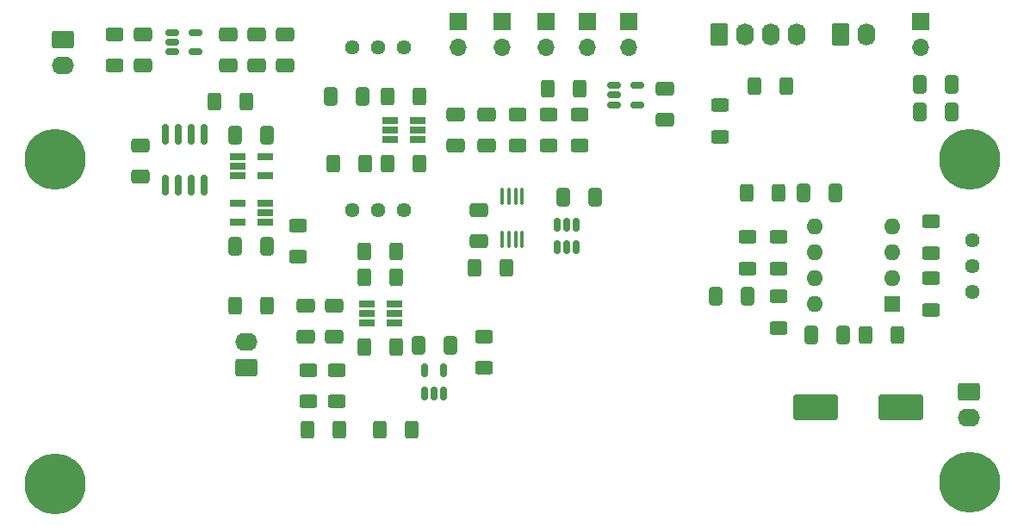
<source format=gts>
G04 #@! TF.GenerationSoftware,KiCad,Pcbnew,(6.0.10)*
G04 #@! TF.CreationDate,2023-02-17T11:11:42-03:00*
G04 #@! TF.ProjectId,TimeInterval_FrontEnd,54696d65-496e-4746-9572-76616c5f4672,rev?*
G04 #@! TF.SameCoordinates,Original*
G04 #@! TF.FileFunction,Soldermask,Top*
G04 #@! TF.FilePolarity,Negative*
%FSLAX46Y46*%
G04 Gerber Fmt 4.6, Leading zero omitted, Abs format (unit mm)*
G04 Created by KiCad (PCBNEW (6.0.10)) date 2023-02-17 11:11:42*
%MOMM*%
%LPD*%
G01*
G04 APERTURE LIST*
G04 Aperture macros list*
%AMRoundRect*
0 Rectangle with rounded corners*
0 $1 Rounding radius*
0 $2 $3 $4 $5 $6 $7 $8 $9 X,Y pos of 4 corners*
0 Add a 4 corners polygon primitive as box body*
4,1,4,$2,$3,$4,$5,$6,$7,$8,$9,$2,$3,0*
0 Add four circle primitives for the rounded corners*
1,1,$1+$1,$2,$3*
1,1,$1+$1,$4,$5*
1,1,$1+$1,$6,$7*
1,1,$1+$1,$8,$9*
0 Add four rect primitives between the rounded corners*
20,1,$1+$1,$2,$3,$4,$5,0*
20,1,$1+$1,$4,$5,$6,$7,0*
20,1,$1+$1,$6,$7,$8,$9,0*
20,1,$1+$1,$8,$9,$2,$3,0*%
G04 Aperture macros list end*
%ADD10C,6.000000*%
%ADD11RoundRect,0.250000X-0.412500X-0.650000X0.412500X-0.650000X0.412500X0.650000X-0.412500X0.650000X0*%
%ADD12RoundRect,0.250000X0.400000X0.625000X-0.400000X0.625000X-0.400000X-0.625000X0.400000X-0.625000X0*%
%ADD13RoundRect,0.250000X-0.400000X-0.625000X0.400000X-0.625000X0.400000X0.625000X-0.400000X0.625000X0*%
%ADD14RoundRect,0.250000X-0.625000X0.400000X-0.625000X-0.400000X0.625000X-0.400000X0.625000X0.400000X0*%
%ADD15RoundRect,0.250000X0.625000X-0.400000X0.625000X0.400000X-0.625000X0.400000X-0.625000X-0.400000X0*%
%ADD16O,2.190000X1.740000*%
%ADD17RoundRect,0.250000X-0.845000X0.620000X-0.845000X-0.620000X0.845000X-0.620000X0.845000X0.620000X0*%
%ADD18R,1.560000X0.650000*%
%ADD19RoundRect,0.100000X-0.100000X0.712500X-0.100000X-0.712500X0.100000X-0.712500X0.100000X0.712500X0*%
%ADD20C,1.440000*%
%ADD21R,1.700000X1.700000*%
%ADD22O,1.700000X1.700000*%
%ADD23RoundRect,0.250000X-0.620000X-0.845000X0.620000X-0.845000X0.620000X0.845000X-0.620000X0.845000X0*%
%ADD24O,1.740000X2.190000*%
%ADD25RoundRect,0.150000X0.150000X-0.512500X0.150000X0.512500X-0.150000X0.512500X-0.150000X-0.512500X0*%
%ADD26RoundRect,0.150000X-0.512500X-0.150000X0.512500X-0.150000X0.512500X0.150000X-0.512500X0.150000X0*%
%ADD27RoundRect,0.250000X-0.650000X0.412500X-0.650000X-0.412500X0.650000X-0.412500X0.650000X0.412500X0*%
%ADD28RoundRect,0.250000X0.412500X0.650000X-0.412500X0.650000X-0.412500X-0.650000X0.412500X-0.650000X0*%
%ADD29RoundRect,0.250000X0.650000X-0.412500X0.650000X0.412500X-0.650000X0.412500X-0.650000X-0.412500X0*%
%ADD30R,1.600000X1.600000*%
%ADD31O,1.600000X1.600000*%
%ADD32RoundRect,0.250000X0.845000X-0.620000X0.845000X0.620000X-0.845000X0.620000X-0.845000X-0.620000X0*%
%ADD33RoundRect,0.250000X1.950000X1.000000X-1.950000X1.000000X-1.950000X-1.000000X1.950000X-1.000000X0*%
%ADD34RoundRect,0.150000X0.150000X-0.825000X0.150000X0.825000X-0.150000X0.825000X-0.150000X-0.825000X0*%
G04 APERTURE END LIST*
D10*
X184912000Y-77343000D03*
X94996000Y-77343000D03*
X184912000Y-109093000D03*
X94996000Y-109220000D03*
D11*
X180047500Y-69977000D03*
X183172500Y-69977000D03*
X180047500Y-72644000D03*
X183172500Y-72644000D03*
D12*
X139345000Y-88011000D03*
X136245000Y-88011000D03*
D13*
X163804000Y-70104000D03*
X166904000Y-70104000D03*
D14*
X160401000Y-71983000D03*
X160401000Y-75083000D03*
D15*
X137160000Y-97816000D03*
X137160000Y-94716000D03*
D16*
X95758000Y-68072000D03*
D17*
X95758000Y-65532000D03*
D18*
X128350000Y-93406000D03*
X128350000Y-92456000D03*
X128350000Y-91506000D03*
X125650000Y-91506000D03*
X125650000Y-92456000D03*
X125650000Y-93406000D03*
D19*
X140929000Y-80945500D03*
X140279000Y-80945500D03*
X139629000Y-80945500D03*
X138979000Y-80945500D03*
X138979000Y-85170500D03*
X139629000Y-85170500D03*
X140279000Y-85170500D03*
X140929000Y-85170500D03*
D13*
X163033000Y-80645000D03*
X166133000Y-80645000D03*
D11*
X112737500Y-74930000D03*
X115862500Y-74930000D03*
D20*
X185157000Y-90307000D03*
X185157000Y-87767000D03*
X185157000Y-85227000D03*
D21*
X138938000Y-63749000D03*
D22*
X138938000Y-66289000D03*
D12*
X130836000Y-71120000D03*
X127736000Y-71120000D03*
D14*
X146558000Y-72872000D03*
X146558000Y-75972000D03*
D23*
X172212000Y-65044000D03*
D24*
X174752000Y-65044000D03*
D15*
X143510000Y-75972000D03*
X143510000Y-72872000D03*
D13*
X119862000Y-103886000D03*
X122962000Y-103886000D03*
D25*
X131318000Y-100319000D03*
X132268000Y-100319000D03*
X133218000Y-100319000D03*
X133218000Y-98044000D03*
X131318000Y-98044000D03*
D26*
X149992500Y-70030000D03*
X149992500Y-70980000D03*
X149992500Y-71930000D03*
X152267500Y-71930000D03*
X152267500Y-70030000D03*
D18*
X127936000Y-73472000D03*
X127936000Y-74422000D03*
X127936000Y-75372000D03*
X130636000Y-75372000D03*
X130636000Y-74422000D03*
X130636000Y-73472000D03*
D27*
X154940000Y-70319500D03*
X154940000Y-73444500D03*
D21*
X151384000Y-63749000D03*
D22*
X151384000Y-66289000D03*
D12*
X146584000Y-70358000D03*
X143484000Y-70358000D03*
D15*
X118872000Y-86894000D03*
X118872000Y-83794000D03*
D27*
X136652000Y-82257500D03*
X136652000Y-85382500D03*
D20*
X129286000Y-66294000D03*
X126746000Y-66294000D03*
X124206000Y-66294000D03*
D13*
X112750000Y-91694000D03*
X115850000Y-91694000D03*
D28*
X115862500Y-85852000D03*
X112737500Y-85852000D03*
D15*
X163059000Y-88037000D03*
X163059000Y-84937000D03*
D29*
X117602000Y-68110500D03*
X117602000Y-64985500D03*
D30*
X177273000Y-91557000D03*
D31*
X177273000Y-89017000D03*
X177273000Y-86477000D03*
X177273000Y-83937000D03*
X169653000Y-83937000D03*
X169653000Y-86477000D03*
X169653000Y-89017000D03*
X169653000Y-91557000D03*
D15*
X181093000Y-92101000D03*
X181093000Y-89001000D03*
D32*
X113812000Y-97790000D03*
D16*
X113812000Y-95250000D03*
D29*
X134366000Y-75984500D03*
X134366000Y-72859500D03*
D15*
X119888000Y-101118000D03*
X119888000Y-98018000D03*
D25*
X144338000Y-85973500D03*
X145288000Y-85973500D03*
X146238000Y-85973500D03*
X146238000Y-83698500D03*
X145288000Y-83698500D03*
X144338000Y-83698500D03*
D11*
X159972500Y-90805000D03*
X163097500Y-90805000D03*
D21*
X147320000Y-63749000D03*
D22*
X147320000Y-66289000D03*
D15*
X140462000Y-75972000D03*
X140462000Y-72872000D03*
D14*
X166107000Y-84937000D03*
X166107000Y-88037000D03*
X166107000Y-90779000D03*
X166107000Y-93879000D03*
D12*
X125502000Y-77724000D03*
X122402000Y-77724000D03*
X130836000Y-77724000D03*
X127736000Y-77724000D03*
D27*
X119634000Y-91655500D03*
X119634000Y-94780500D03*
D13*
X125450000Y-88900000D03*
X128550000Y-88900000D03*
D18*
X112950000Y-77028000D03*
X112950000Y-77978000D03*
X112950000Y-78928000D03*
X115650000Y-78928000D03*
X115650000Y-77028000D03*
D29*
X103378000Y-79032500D03*
X103378000Y-75907500D03*
X137414000Y-75984500D03*
X137414000Y-72859500D03*
D14*
X100838000Y-64998000D03*
X100838000Y-68098000D03*
D28*
X172495500Y-94615000D03*
X169370500Y-94615000D03*
D27*
X122428000Y-91655500D03*
X122428000Y-94780500D03*
D11*
X144995500Y-81026000D03*
X148120500Y-81026000D03*
D21*
X134620000Y-63749000D03*
D22*
X134620000Y-66289000D03*
D12*
X128550000Y-86360000D03*
X125450000Y-86360000D03*
D22*
X180086000Y-66289000D03*
D21*
X180086000Y-63749000D03*
D29*
X112014000Y-68110500D03*
X112014000Y-64985500D03*
D15*
X181093000Y-86513000D03*
X181093000Y-83413000D03*
D26*
X106558500Y-64836000D03*
X106558500Y-65786000D03*
X106558500Y-66736000D03*
X108833500Y-66736000D03*
X108833500Y-64836000D03*
D15*
X122682000Y-101118000D03*
X122682000Y-98018000D03*
D20*
X129286000Y-82296000D03*
X126746000Y-82296000D03*
X124206000Y-82296000D03*
D21*
X143256000Y-63744000D03*
D22*
X143256000Y-66284000D03*
D12*
X113818000Y-71628000D03*
X110718000Y-71628000D03*
D33*
X178181000Y-101727000D03*
X169781000Y-101727000D03*
D34*
X105856000Y-79818000D03*
X107126000Y-79818000D03*
X108396000Y-79818000D03*
X109666000Y-79818000D03*
X109666000Y-74868000D03*
X108396000Y-74868000D03*
X107126000Y-74868000D03*
X105856000Y-74868000D03*
D13*
X126974000Y-103886000D03*
X130074000Y-103886000D03*
D11*
X168608500Y-80645000D03*
X171733500Y-80645000D03*
X130771500Y-95625500D03*
X133896500Y-95625500D03*
D17*
X184883000Y-100203000D03*
D16*
X184883000Y-102743000D03*
D29*
X103632000Y-68110500D03*
X103632000Y-64985500D03*
D13*
X174717000Y-94615000D03*
X177817000Y-94615000D03*
D11*
X122135500Y-71120000D03*
X125260500Y-71120000D03*
D29*
X114808000Y-68110500D03*
X114808000Y-64985500D03*
D13*
X125450000Y-95758000D03*
X128550000Y-95758000D03*
D23*
X160274000Y-65064000D03*
D24*
X162814000Y-65064000D03*
X165354000Y-65064000D03*
X167894000Y-65064000D03*
D18*
X115650000Y-83500000D03*
X115650000Y-82550000D03*
X115650000Y-81600000D03*
X112950000Y-81600000D03*
X112950000Y-83500000D03*
M02*

</source>
